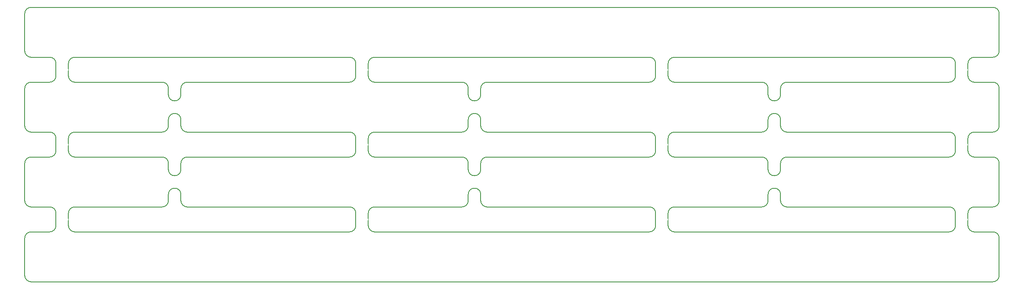
<source format=gbo>
G04 #@! TF.FileFunction,Legend,Bot*
%FSLAX46Y46*%
G04 Gerber Fmt 4.6, Leading zero omitted, Abs format (unit mm)*
G04 Created by KiCad (PCBNEW 4.0.2-4+6225~38~ubuntu15.10.1-stable) date Tue Mar 22 22:08:16 2016*
%MOMM*%
G01*
G04 APERTURE LIST*
%ADD10C,0.101600*%
%ADD11C,0.150000*%
%ADD12C,0.900000*%
%ADD13C,6.496000*%
%ADD14R,6.496000X6.496000*%
%ADD15C,6.000000*%
G04 APERTURE END LIST*
D10*
D11*
X8890000Y29210000D02*
X8890000Y26670000D01*
X10160000Y30480000D02*
G75*
G03X8890000Y29210000I0J-1270000D01*
G01*
X8890000Y26670000D02*
G75*
G03X10160000Y25400000I1270000J0D01*
G01*
X6350000Y29210000D02*
G75*
G03X5080000Y30480000I-1270000J0D01*
G01*
X6350000Y29210000D02*
X6350000Y26670000D01*
X5080000Y25400000D02*
G75*
G03X6350000Y26670000I0J1270000D01*
G01*
X8890000Y13970000D02*
X8890000Y11430000D01*
X10160000Y15240000D02*
G75*
G03X8890000Y13970000I0J-1270000D01*
G01*
X8890000Y11430000D02*
G75*
G03X10160000Y10160000I1270000J0D01*
G01*
X6350000Y13970000D02*
G75*
G03X5080000Y15240000I-1270000J0D01*
G01*
X6350000Y13970000D02*
X6350000Y11430000D01*
X5080000Y10160000D02*
G75*
G03X6350000Y11430000I0J1270000D01*
G01*
X69850000Y13970000D02*
X69850000Y11430000D01*
X71120000Y15240000D02*
G75*
G03X69850000Y13970000I0J-1270000D01*
G01*
X69850000Y11430000D02*
G75*
G03X71120000Y10160000I1270000J0D01*
G01*
X67310000Y13970000D02*
G75*
G03X66040000Y15240000I-1270000J0D01*
G01*
X67310000Y13970000D02*
X67310000Y11430000D01*
X66040000Y10160000D02*
G75*
G03X67310000Y11430000I0J1270000D01*
G01*
X69850000Y29210000D02*
X69850000Y26670000D01*
X71120000Y30480000D02*
G75*
G03X69850000Y29210000I0J-1270000D01*
G01*
X69850000Y26670000D02*
G75*
G03X71120000Y25400000I1270000J0D01*
G01*
X67310000Y29210000D02*
G75*
G03X66040000Y30480000I-1270000J0D01*
G01*
X67310000Y29210000D02*
X67310000Y26670000D01*
X66040000Y25400000D02*
G75*
G03X67310000Y26670000I0J1270000D01*
G01*
X130810000Y29210000D02*
X130810000Y26670000D01*
X132080000Y30480000D02*
G75*
G03X130810000Y29210000I0J-1270000D01*
G01*
X130810000Y26670000D02*
G75*
G03X132080000Y25400000I1270000J0D01*
G01*
X128270000Y29210000D02*
G75*
G03X127000000Y30480000I-1270000J0D01*
G01*
X128270000Y29210000D02*
X128270000Y26670000D01*
X127000000Y25400000D02*
G75*
G03X128270000Y26670000I0J1270000D01*
G01*
X130810000Y13970000D02*
X130810000Y11430000D01*
X132080000Y15240000D02*
G75*
G03X130810000Y13970000I0J-1270000D01*
G01*
X130810000Y11430000D02*
G75*
G03X132080000Y10160000I1270000J0D01*
G01*
X128270000Y13970000D02*
G75*
G03X127000000Y15240000I-1270000J0D01*
G01*
X128270000Y13970000D02*
X128270000Y11430000D01*
X127000000Y10160000D02*
G75*
G03X128270000Y11430000I0J1270000D01*
G01*
X191770000Y13970000D02*
X191770000Y11430000D01*
X193040000Y15240000D02*
G75*
G03X191770000Y13970000I0J-1270000D01*
G01*
X191770000Y11430000D02*
G75*
G03X193040000Y10160000I1270000J0D01*
G01*
X189230000Y13970000D02*
G75*
G03X187960000Y15240000I-1270000J0D01*
G01*
X189230000Y13970000D02*
X189230000Y11430000D01*
X187960000Y10160000D02*
G75*
G03X189230000Y11430000I0J1270000D01*
G01*
X191770000Y29210000D02*
X191770000Y26670000D01*
X193040000Y30480000D02*
G75*
G03X191770000Y29210000I0J-1270000D01*
G01*
X191770000Y26670000D02*
G75*
G03X193040000Y25400000I1270000J0D01*
G01*
X189230000Y29210000D02*
G75*
G03X187960000Y30480000I-1270000J0D01*
G01*
X189230000Y29210000D02*
X189230000Y26670000D01*
X187960000Y25400000D02*
G75*
G03X189230000Y26670000I0J1270000D01*
G01*
X191770000Y41910000D02*
G75*
G03X193040000Y40640000I1270000J0D01*
G01*
X187960000Y40640000D02*
G75*
G03X189230000Y41910000I0J1270000D01*
G01*
X191770000Y44450000D02*
X191770000Y41910000D01*
X189230000Y44450000D02*
X189230000Y41910000D01*
X130810000Y44450000D02*
X130810000Y41910000D01*
X128270000Y41910000D02*
X128270000Y44450000D01*
X130810000Y41910000D02*
G75*
G03X132080000Y40640000I1270000J0D01*
G01*
X127000000Y40640000D02*
G75*
G03X128270000Y41910000I0J1270000D01*
G01*
X69850000Y44450000D02*
X69850000Y41910000D01*
X67310000Y41910000D02*
X67310000Y44450000D01*
X69850000Y41910000D02*
G75*
G03X71120000Y40640000I1270000J0D01*
G01*
X66040000Y40640000D02*
G75*
G03X67310000Y41910000I0J1270000D01*
G01*
X8890000Y44450000D02*
X8890000Y41910000D01*
X6350000Y41910000D02*
X6350000Y44450000D01*
X8890000Y41910000D02*
G75*
G03X10160000Y40640000I1270000J0D01*
G01*
X5080000Y40640000D02*
G75*
G03X6350000Y41910000I0J1270000D01*
G01*
X33020000Y15240000D02*
X66040000Y15240000D01*
X27940000Y15240000D02*
X10160000Y15240000D01*
X88900000Y15240000D02*
X71120000Y15240000D01*
X127000000Y15240000D02*
X93980000Y15240000D01*
X149860000Y15240000D02*
X132080000Y15240000D01*
X187960000Y15240000D02*
X154940000Y15240000D01*
X196850000Y0D02*
G75*
G03X198120000Y1270000I0J1270000D01*
G01*
X0Y1270000D02*
G75*
G03X1270000Y0I1270000J0D01*
G01*
X198120000Y16510000D02*
X198120000Y24130000D01*
X153670000Y17780001D02*
G75*
G03X151130000Y17779999I-1270000J-1D01*
G01*
X149860000Y15240000D02*
G75*
G03X151130000Y16510000I0J1270000D01*
G01*
X151130000Y17780000D02*
X151130000Y16510000D01*
X153670000Y17780000D02*
X153670000Y16510000D01*
X153670000Y16510000D02*
G75*
G03X154940000Y15240000I1270000J0D01*
G01*
X151130000Y22860000D02*
G75*
G03X153670000Y22860000I1270000J0D01*
G01*
X153670000Y24130000D02*
X153670000Y22860000D01*
X151130000Y24130000D02*
X151130000Y22860000D01*
X90170000Y22860000D02*
G75*
G03X92710000Y22860000I1270000J0D01*
G01*
X92710000Y24130000D02*
X92710000Y22860000D01*
X90170000Y24130000D02*
X90170000Y22860000D01*
X88900000Y15240000D02*
G75*
G03X90170000Y16510000I0J1270000D01*
G01*
X92710000Y16510000D02*
G75*
G03X93980000Y15240000I1270000J0D01*
G01*
X92710000Y17780000D02*
X92710000Y16510000D01*
X90170000Y17780000D02*
X90170000Y16510000D01*
X92710000Y17780001D02*
G75*
G03X90170000Y17779999I-1270000J-1D01*
G01*
X27940000Y15240000D02*
G75*
G03X29210000Y16510000I0J1270000D01*
G01*
X29210000Y17780000D02*
X29210000Y16510000D01*
X31750000Y17780000D02*
X31750000Y16510000D01*
X31750000Y16510000D02*
G75*
G03X33020000Y15240000I1270000J0D01*
G01*
X31750000Y17780001D02*
G75*
G03X29210000Y17779999I-1270000J-1D01*
G01*
X29210000Y22860000D02*
G75*
G03X31750000Y22860000I1270000J0D01*
G01*
X31750000Y24130000D02*
X31750000Y22860000D01*
X29210000Y24130000D02*
X29210000Y22860000D01*
X0Y24130000D02*
X0Y16510000D01*
X187960000Y25400000D02*
X154940000Y25400000D01*
X154940000Y30480000D02*
X187960000Y30480000D01*
X154940000Y40640000D02*
X187960000Y40640000D01*
X93980000Y25400000D02*
X127000000Y25400000D01*
X127000000Y30480000D02*
X93980000Y30480000D01*
X93980000Y40640000D02*
X127000000Y40640000D01*
X66040000Y25400000D02*
X33020000Y25400000D01*
X33020000Y30480000D02*
X66040000Y30480000D01*
X33020000Y40640000D02*
X66040000Y40640000D01*
X27940000Y30480000D02*
G75*
G03X29210000Y31750000I0J1270000D01*
G01*
X31750000Y31750000D02*
G75*
G03X33020000Y30480000I1270000J0D01*
G01*
X29210000Y24130000D02*
G75*
G03X27940000Y25400000I-1270000J0D01*
G01*
X33020000Y25400000D02*
G75*
G03X31750000Y24130000I0J-1270000D01*
G01*
X5080000Y25400000D02*
X1270000Y25400000D01*
X1270000Y25400000D02*
G75*
G03X0Y24130000I0J-1270000D01*
G01*
X10160000Y25400000D02*
X27940000Y25400000D01*
X27940000Y30480000D02*
X10160000Y30480000D01*
X0Y31750000D02*
G75*
G03X1270000Y30480000I1270000J0D01*
G01*
X1270000Y30480000D02*
X5080000Y30480000D01*
X93980000Y25400000D02*
G75*
G03X92710000Y24130000I0J-1270000D01*
G01*
X90170000Y24130000D02*
G75*
G03X88900000Y25400000I-1270000J0D01*
G01*
X71120000Y25400000D02*
X88900000Y25400000D01*
X132080000Y25400000D02*
X149860000Y25400000D01*
X149860000Y30480000D02*
X132080000Y30480000D01*
X151130000Y24130000D02*
G75*
G03X149860000Y25400000I-1270000J0D01*
G01*
X154940000Y25400000D02*
G75*
G03X153670000Y24130000I0J-1270000D01*
G01*
X196850000Y30480000D02*
G75*
G03X198120000Y31750000I0J1270000D01*
G01*
X198120000Y24130000D02*
G75*
G03X196850000Y25400000I-1270000J0D01*
G01*
X193040000Y30480000D02*
X196850000Y30480000D01*
X193040000Y25400000D02*
X196850000Y25400000D01*
X88900000Y30480000D02*
X71120000Y30480000D01*
X10160000Y40640000D02*
X27940000Y40640000D01*
X128270000Y44450000D02*
G75*
G03X127000000Y45720000I-1270000J0D01*
G01*
X132080000Y45720000D02*
G75*
G03X130810000Y44450000I0J-1270000D01*
G01*
X153670000Y33020001D02*
G75*
G03X151130000Y33019999I-1270000J-1D01*
G01*
X151130000Y33020000D02*
X151130000Y31750000D01*
X153670000Y33020000D02*
X153670000Y31750000D01*
X153670000Y31750000D02*
G75*
G03X154940000Y30480000I1270000J0D01*
G01*
X149860000Y30480000D02*
G75*
G03X151130000Y31750000I0J1270000D01*
G01*
X151130000Y38100000D02*
G75*
G03X153670000Y38100000I1270000J0D01*
G01*
X154940000Y40640000D02*
G75*
G03X153670000Y39370000I0J-1270000D01*
G01*
X151130000Y39370000D02*
X151130000Y38100000D01*
X153670000Y39370000D02*
X153670000Y38100000D01*
X151130000Y39370000D02*
G75*
G03X149860000Y40640000I-1270000J0D01*
G01*
X92710000Y33020001D02*
G75*
G03X90170000Y33019999I-1270000J-1D01*
G01*
X90170000Y33020000D02*
X90170000Y31750000D01*
X92710000Y33020000D02*
X92710000Y31750000D01*
X92710000Y31750000D02*
G75*
G03X93980000Y30480000I1270000J0D01*
G01*
X88900000Y30480000D02*
G75*
G03X90170000Y31750000I0J1270000D01*
G01*
X90170000Y38100000D02*
G75*
G03X92710000Y38100000I1270000J0D01*
G01*
X93980000Y40640000D02*
G75*
G03X92710000Y39370000I0J-1270000D01*
G01*
X90170000Y39370000D02*
X90170000Y38100000D01*
X92710000Y39370000D02*
X92710000Y38100000D01*
X90170000Y39370000D02*
G75*
G03X88900000Y40640000I-1270000J0D01*
G01*
X31750000Y39370000D02*
X31750000Y38100000D01*
X29210000Y39370000D02*
X29210000Y38100000D01*
X31750000Y33020000D02*
X31750000Y31750000D01*
X29210000Y33020000D02*
X29210000Y31750000D01*
X33020000Y40640000D02*
G75*
G03X31750000Y39370000I0J-1270000D01*
G01*
X29210000Y39370000D02*
G75*
G03X27940000Y40640000I-1270000J0D01*
G01*
X31750000Y33020001D02*
G75*
G03X29210000Y33019999I-1270000J-1D01*
G01*
X29210000Y38100000D02*
G75*
G03X31750000Y38100000I1270000J0D01*
G01*
X5080000Y10160000D02*
X1270000Y10160000D01*
X1270000Y15240000D02*
X5080000Y15240000D01*
X10160000Y45720000D02*
G75*
G03X8890000Y44450000I0J-1270000D01*
G01*
X6350000Y44450000D02*
G75*
G03X5080000Y45720000I-1270000J0D01*
G01*
X5080000Y40640000D02*
X1270000Y40640000D01*
X1270000Y45720000D02*
X5080000Y45720000D01*
X67310000Y44450000D02*
G75*
G03X66040000Y45720000I-1270000J0D01*
G01*
X71120000Y45720000D02*
G75*
G03X69850000Y44450000I0J-1270000D01*
G01*
X189230000Y44450000D02*
G75*
G03X187960000Y45720000I-1270000J0D01*
G01*
X193040000Y45720000D02*
G75*
G03X191770000Y44450000I0J-1270000D01*
G01*
X1270000Y55880000D02*
G75*
G03X0Y54610000I0J-1270000D01*
G01*
X0Y8890000D02*
X0Y1270000D01*
X196850000Y55880000D02*
X1270000Y55880000D01*
X198120000Y8890000D02*
X198120000Y1270000D01*
X198120000Y54610000D02*
G75*
G03X196850000Y55880000I-1270000J0D01*
G01*
X196850000Y15240000D02*
G75*
G03X198120000Y16510000I0J1270000D01*
G01*
X198120000Y54610000D02*
X198120000Y46990000D01*
X196850000Y45720000D02*
G75*
G03X198120000Y46990000I0J1270000D01*
G01*
X198120000Y8890000D02*
G75*
G03X196850000Y10160000I-1270000J0D01*
G01*
X0Y54610000D02*
X0Y46990000D01*
X0Y46990000D02*
G75*
G03X1270000Y45720000I1270000J0D01*
G01*
X0Y16510000D02*
G75*
G03X1270000Y15240000I1270000J0D01*
G01*
X1270000Y10160000D02*
G75*
G03X0Y8890000I0J-1270000D01*
G01*
X193040000Y40640000D02*
X196850000Y40640000D01*
X132080000Y40640000D02*
X149860000Y40640000D01*
X71120000Y40640000D02*
X88900000Y40640000D01*
X193040000Y15240000D02*
X196850000Y15240000D01*
X132080000Y10160000D02*
X187960000Y10160000D01*
X196850000Y0D02*
X1270000Y0D01*
X66040000Y45720000D02*
X10160000Y45720000D01*
X127000000Y45720000D02*
X71120000Y45720000D01*
X187960000Y45720000D02*
X132080000Y45720000D01*
X193040000Y45720000D02*
X196850000Y45720000D01*
X193040000Y10160000D02*
X196850000Y10160000D01*
X71120000Y10160000D02*
X127000000Y10160000D01*
X10160000Y10160000D02*
X66040000Y10160000D01*
X0Y39370000D02*
X0Y31750000D01*
X198120000Y31750000D02*
X198120000Y39370000D01*
X1270000Y40640000D02*
G75*
G03X0Y39370000I0J-1270000D01*
G01*
X198120000Y39370000D02*
G75*
G03X196850000Y40640000I-1270000J0D01*
G01*
%LPC*%
D12*
X90340000Y20320000D03*
X92540000Y20320000D03*
X90340000Y21120000D03*
X90340000Y19520000D03*
X92540000Y19520000D03*
X92540000Y21120000D03*
D13*
X68580000Y20320000D03*
D12*
X151300000Y20320000D03*
X153500000Y20320000D03*
X151300000Y21120000D03*
X151300000Y19520000D03*
X153500000Y19520000D03*
X153500000Y21120000D03*
D13*
X175260000Y20320000D03*
X190500000Y20320000D03*
X129540000Y20320000D03*
X114300000Y20320000D03*
X53340000Y20320000D03*
X7620000Y20320000D03*
D12*
X29380000Y20320000D03*
X31580000Y20320000D03*
X29380000Y21120000D03*
X29380000Y19520000D03*
X31580000Y19520000D03*
X31580000Y21120000D03*
X151300000Y35560000D03*
X153500000Y35560000D03*
X151300000Y36360000D03*
X151300000Y34760000D03*
X153500000Y34760000D03*
X153500000Y36360000D03*
X90340000Y35560000D03*
X92540000Y35560000D03*
X90340000Y36360000D03*
X90340000Y34760000D03*
X92540000Y34760000D03*
X92540000Y36360000D03*
X29380000Y35560000D03*
X31580000Y35560000D03*
X29380000Y36360000D03*
X29380000Y34760000D03*
X31580000Y34760000D03*
X31580000Y36360000D03*
D13*
X190500000Y5080000D03*
X22860000Y50800000D03*
X38100000Y50800000D03*
X83820000Y50800000D03*
X99060000Y50800000D03*
X144780000Y50800000D03*
X160020000Y50800000D03*
X190500000Y50800000D03*
X190500000Y35560000D03*
D14*
X7620000Y50800000D03*
X53340000Y50800000D03*
X68580000Y50800000D03*
X114300000Y50800000D03*
X129540000Y50800000D03*
X175260000Y50800000D03*
X22860000Y20320000D03*
X38100000Y20320000D03*
X83820000Y20320000D03*
X99060000Y20320000D03*
X144780000Y20320000D03*
X160020000Y20320000D03*
D15*
X7620000Y35560000D03*
D14*
X22860000Y35560000D03*
X38100000Y35560000D03*
D15*
X53340000Y35560000D03*
X68580000Y35560000D03*
D14*
X83820000Y35560000D03*
X99060000Y35560000D03*
D15*
X114300000Y35560000D03*
X129540000Y35560000D03*
D14*
X144780000Y35560000D03*
X160020000Y35560000D03*
D15*
X175260000Y35560000D03*
D14*
X7620000Y5080000D03*
D15*
X22860000Y5080000D03*
X38100000Y5080000D03*
D14*
X53340000Y5080000D03*
X68580000Y5080000D03*
D15*
X83820000Y5080000D03*
X99060000Y5080000D03*
D14*
X114300000Y5080000D03*
X129540000Y5080000D03*
D15*
X144780000Y5080000D03*
X160020000Y5080000D03*
D14*
X175260000Y5080000D03*
D12*
X7620000Y45380000D03*
X7620000Y40980000D03*
X8420000Y45380000D03*
X6820000Y45380000D03*
X6820000Y40980000D03*
X8420000Y40980000D03*
X7620000Y43180000D03*
X8420000Y43180000D03*
X6820000Y43180000D03*
X68580000Y45380000D03*
X68580000Y40980000D03*
X69380000Y45380000D03*
X67780000Y45380000D03*
X67780000Y40980000D03*
X69380000Y40980000D03*
X68580000Y43180000D03*
X69380000Y43180000D03*
X67780000Y43180000D03*
X129540000Y45380000D03*
X129540000Y40980000D03*
X130340000Y45380000D03*
X128740000Y45380000D03*
X128740000Y40980000D03*
X130340000Y40980000D03*
X129540000Y43180000D03*
X130340000Y43180000D03*
X128740000Y43180000D03*
X190500000Y45380000D03*
X190500000Y40980000D03*
X191300000Y45380000D03*
X189700000Y45380000D03*
X189700000Y40980000D03*
X191300000Y40980000D03*
X190500000Y43180000D03*
X191300000Y43180000D03*
X189700000Y43180000D03*
X7620000Y30140000D03*
X7620000Y25740000D03*
X8420000Y30140000D03*
X6820000Y30140000D03*
X6820000Y25740000D03*
X8420000Y25740000D03*
X7620000Y27940000D03*
X8420000Y27940000D03*
X6820000Y27940000D03*
X68580000Y30140000D03*
X68580000Y25740000D03*
X69380000Y30140000D03*
X67780000Y30140000D03*
X67780000Y25740000D03*
X69380000Y25740000D03*
X68580000Y27940000D03*
X69380000Y27940000D03*
X67780000Y27940000D03*
X129540000Y30140000D03*
X129540000Y25740000D03*
X130340000Y30140000D03*
X128740000Y30140000D03*
X128740000Y25740000D03*
X130340000Y25740000D03*
X129540000Y27940000D03*
X130340000Y27940000D03*
X128740000Y27940000D03*
X190500000Y30140000D03*
X190500000Y25740000D03*
X191300000Y30140000D03*
X189700000Y30140000D03*
X189700000Y25740000D03*
X191300000Y25740000D03*
X190500000Y27940000D03*
X191300000Y27940000D03*
X189700000Y27940000D03*
X7620000Y14900000D03*
X7620000Y10500000D03*
X8420000Y14900000D03*
X6820000Y14900000D03*
X6820000Y10500000D03*
X8420000Y10500000D03*
X7620000Y12700000D03*
X8420000Y12700000D03*
X6820000Y12700000D03*
X68580000Y14900000D03*
X68580000Y10500000D03*
X69380000Y14900000D03*
X67780000Y14900000D03*
X67780000Y10500000D03*
X69380000Y10500000D03*
X68580000Y12700000D03*
X69380000Y12700000D03*
X67780000Y12700000D03*
X129540000Y14900000D03*
X129540000Y10500000D03*
X130340000Y14900000D03*
X128740000Y14900000D03*
X128740000Y10500000D03*
X130340000Y10500000D03*
X129540000Y12700000D03*
X130340000Y12700000D03*
X128740000Y12700000D03*
X190500000Y14900000D03*
X190500000Y10500000D03*
X191300000Y14900000D03*
X189700000Y14900000D03*
X189700000Y10500000D03*
X191300000Y10500000D03*
X190500000Y12700000D03*
X191300000Y12700000D03*
X189700000Y12700000D03*
M02*

</source>
